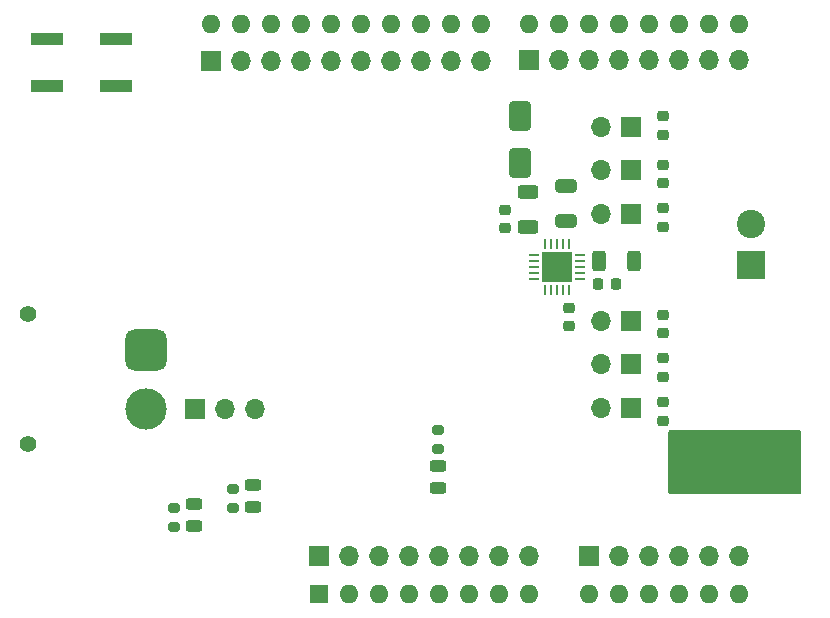
<source format=gbr>
%TF.GenerationSoftware,KiCad,Pcbnew,8.0.6*%
%TF.CreationDate,2024-12-12T11:47:03+01:00*%
%TF.ProjectId,TUSS4470_shield,54555353-3434-4373-905f-736869656c64,rev?*%
%TF.SameCoordinates,Original*%
%TF.FileFunction,Soldermask,Top*%
%TF.FilePolarity,Negative*%
%FSLAX46Y46*%
G04 Gerber Fmt 4.6, Leading zero omitted, Abs format (unit mm)*
G04 Created by KiCad (PCBNEW 8.0.6) date 2024-12-12 11:47:03*
%MOMM*%
%LPD*%
G01*
G04 APERTURE LIST*
G04 Aperture macros list*
%AMRoundRect*
0 Rectangle with rounded corners*
0 $1 Rounding radius*
0 $2 $3 $4 $5 $6 $7 $8 $9 X,Y pos of 4 corners*
0 Add a 4 corners polygon primitive as box body*
4,1,4,$2,$3,$4,$5,$6,$7,$8,$9,$2,$3,0*
0 Add four circle primitives for the rounded corners*
1,1,$1+$1,$2,$3*
1,1,$1+$1,$4,$5*
1,1,$1+$1,$6,$7*
1,1,$1+$1,$8,$9*
0 Add four rect primitives between the rounded corners*
20,1,$1+$1,$2,$3,$4,$5,0*
20,1,$1+$1,$4,$5,$6,$7,0*
20,1,$1+$1,$6,$7,$8,$9,0*
20,1,$1+$1,$8,$9,$2,$3,0*%
G04 Aperture macros list end*
%ADD10RoundRect,0.250000X0.312500X0.625000X-0.312500X0.625000X-0.312500X-0.625000X0.312500X-0.625000X0*%
%ADD11RoundRect,0.243750X0.456250X-0.243750X0.456250X0.243750X-0.456250X0.243750X-0.456250X-0.243750X0*%
%ADD12R,2.400000X2.400000*%
%ADD13C,2.400000*%
%ADD14RoundRect,0.062500X-0.350000X-0.062500X0.350000X-0.062500X0.350000X0.062500X-0.350000X0.062500X0*%
%ADD15RoundRect,0.062500X-0.062500X-0.350000X0.062500X-0.350000X0.062500X0.350000X-0.062500X0.350000X0*%
%ADD16R,2.500000X2.500000*%
%ADD17RoundRect,0.250000X0.650000X-1.000000X0.650000X1.000000X-0.650000X1.000000X-0.650000X-1.000000X0*%
%ADD18RoundRect,0.225000X0.225000X0.250000X-0.225000X0.250000X-0.225000X-0.250000X0.225000X-0.250000X0*%
%ADD19R,1.700000X1.700000*%
%ADD20O,1.700000X1.700000*%
%ADD21RoundRect,0.225000X0.250000X-0.225000X0.250000X0.225000X-0.250000X0.225000X-0.250000X-0.225000X0*%
%ADD22C,1.400000*%
%ADD23RoundRect,0.770000X0.980000X-0.980000X0.980000X0.980000X-0.980000X0.980000X-0.980000X-0.980000X0*%
%ADD24C,3.500000*%
%ADD25RoundRect,0.243750X-0.456250X0.243750X-0.456250X-0.243750X0.456250X-0.243750X0.456250X0.243750X0*%
%ADD26RoundRect,0.200000X0.275000X-0.200000X0.275000X0.200000X-0.275000X0.200000X-0.275000X-0.200000X0*%
%ADD27RoundRect,0.250000X0.650000X-0.325000X0.650000X0.325000X-0.650000X0.325000X-0.650000X-0.325000X0*%
%ADD28RoundRect,0.250000X0.625000X-0.312500X0.625000X0.312500X-0.625000X0.312500X-0.625000X-0.312500X0*%
%ADD29R,2.800000X1.000000*%
%ADD30R,1.600000X1.600000*%
%ADD31O,1.600000X1.600000*%
G04 APERTURE END LIST*
D10*
%TO.C,R2*%
X118962500Y-57000000D03*
X116037500Y-57000000D03*
%TD*%
D11*
%TO.C,D2*%
X102400000Y-76237500D03*
X102400000Y-74362500D03*
%TD*%
D12*
%TO.C,J2*%
X128900000Y-57350000D03*
D13*
X128900000Y-53850000D03*
%TD*%
D14*
%TO.C,U1*%
X110525000Y-56500000D03*
X110525000Y-57000000D03*
X110525000Y-57500000D03*
X110525000Y-58000000D03*
X110525000Y-58500000D03*
D15*
X111462500Y-59437500D03*
X111962500Y-59437500D03*
X112462500Y-59437500D03*
X112962500Y-59437500D03*
X113462500Y-59437500D03*
D14*
X114400000Y-58500000D03*
X114400000Y-58000000D03*
X114400000Y-57500000D03*
X114400000Y-57000000D03*
X114400000Y-56500000D03*
D15*
X113462500Y-55562500D03*
X112962500Y-55562500D03*
X112462500Y-55562500D03*
X111962500Y-55562500D03*
X111462500Y-55562500D03*
D16*
X112462500Y-57500000D03*
%TD*%
D17*
%TO.C,D1*%
X109300000Y-48700000D03*
X109300000Y-44700000D03*
%TD*%
D18*
%TO.C,C5*%
X117475000Y-58900000D03*
X115925000Y-58900000D03*
%TD*%
D19*
%TO.C,JP2*%
X118740000Y-65700000D03*
D20*
X116200000Y-65700000D03*
%TD*%
D19*
%TO.C,JP3*%
X118740000Y-49300000D03*
D20*
X116200000Y-49300000D03*
%TD*%
D21*
%TO.C,C2*%
X121400000Y-66775000D03*
X121400000Y-65225000D03*
%TD*%
%TO.C,C8*%
X113500000Y-62475000D03*
X113500000Y-60925000D03*
%TD*%
D19*
%TO.C,J6*%
X115143426Y-82000000D03*
D20*
X117683426Y-82000000D03*
X120223426Y-82000000D03*
X122763426Y-82000000D03*
X125303426Y-82000000D03*
X127843426Y-82000000D03*
%TD*%
D22*
%TO.C,J1*%
X67675000Y-72500000D03*
X67675000Y-61500000D03*
D23*
X77675000Y-64500000D03*
D24*
X77675000Y-69500000D03*
%TD*%
D25*
%TO.C,D3*%
X86700000Y-75962500D03*
X86700000Y-77837500D03*
%TD*%
%TO.C,D4*%
X81700000Y-77562500D03*
X81700000Y-79437500D03*
%TD*%
D26*
%TO.C,R3*%
X102400000Y-72925000D03*
X102400000Y-71275000D03*
%TD*%
D27*
%TO.C,C6*%
X113200000Y-53575000D03*
X113200000Y-50625000D03*
%TD*%
D21*
%TO.C,C10*%
X121400000Y-63100000D03*
X121400000Y-61550000D03*
%TD*%
%TO.C,C9*%
X121400000Y-54075000D03*
X121400000Y-52525000D03*
%TD*%
D19*
%TO.C,JP4*%
X118740000Y-69400000D03*
D20*
X116200000Y-69400000D03*
%TD*%
D21*
%TO.C,C1*%
X121400000Y-46275000D03*
X121400000Y-44725000D03*
%TD*%
D26*
%TO.C,R4*%
X85000000Y-77925000D03*
X85000000Y-76275000D03*
%TD*%
D28*
%TO.C,R1*%
X110000000Y-54062500D03*
X110000000Y-51137500D03*
%TD*%
D26*
%TO.C,R5*%
X80000000Y-79525000D03*
X80000000Y-77875000D03*
%TD*%
D21*
%TO.C,C3*%
X121400000Y-50375000D03*
X121400000Y-48825000D03*
%TD*%
D19*
%TO.C,J7*%
X92292675Y-81999189D03*
D20*
X94832675Y-81999189D03*
X97372675Y-81999189D03*
X99912675Y-81999189D03*
X102452675Y-81999189D03*
X104992675Y-81999189D03*
X107532675Y-81999189D03*
X110072675Y-81999189D03*
%TD*%
D19*
%TO.C,J5*%
X110062821Y-40000000D03*
D20*
X112602821Y-40000000D03*
X115142821Y-40000000D03*
X117682821Y-40000000D03*
X120222821Y-40000000D03*
X122762821Y-40000000D03*
X125302821Y-40000000D03*
X127842821Y-40000000D03*
%TD*%
D19*
%TO.C,J3*%
X83137057Y-40008896D03*
D20*
X85677057Y-40008896D03*
X88217057Y-40008896D03*
X90757057Y-40008896D03*
X93297057Y-40008896D03*
X95837057Y-40008896D03*
X98377057Y-40008896D03*
X100917057Y-40008896D03*
X103457057Y-40008896D03*
X105997057Y-40008896D03*
%TD*%
D21*
%TO.C,C7*%
X108100000Y-54175000D03*
X108100000Y-52625000D03*
%TD*%
D29*
%TO.C,SW1*%
X69300000Y-38200000D03*
X75100000Y-38200000D03*
X69300000Y-42200000D03*
X75100000Y-42200000D03*
%TD*%
D19*
%TO.C,J4*%
X81775000Y-69500000D03*
D20*
X84315000Y-69500000D03*
X86855000Y-69500000D03*
%TD*%
D21*
%TO.C,C4*%
X121400000Y-70500000D03*
X121400000Y-68950000D03*
%TD*%
D19*
%TO.C,JP5*%
X118740000Y-53000000D03*
D20*
X116200000Y-53000000D03*
%TD*%
D19*
%TO.C,JP1*%
X118740000Y-45600000D03*
D20*
X116200000Y-45600000D03*
%TD*%
D19*
%TO.C,JP6*%
X118740000Y-62025000D03*
D20*
X116200000Y-62025000D03*
%TD*%
D30*
%TO.C,A1*%
X92320000Y-85160000D03*
D31*
X94860000Y-85160000D03*
X97400000Y-85160000D03*
X99940000Y-85160000D03*
X102480000Y-85160000D03*
X105020000Y-85160000D03*
X107560000Y-85160000D03*
X110100000Y-85160000D03*
X115180000Y-85160000D03*
X117720000Y-85160000D03*
X120260000Y-85160000D03*
X122800000Y-85160000D03*
X125340000Y-85160000D03*
X127880000Y-85160000D03*
X127880000Y-36900000D03*
X125340000Y-36900000D03*
X122800000Y-36900000D03*
X120260000Y-36900000D03*
X117720000Y-36900000D03*
X115180000Y-36900000D03*
X112640000Y-36900000D03*
X110100000Y-36900000D03*
X106040000Y-36900000D03*
X103500000Y-36900000D03*
X100960000Y-36900000D03*
X98420000Y-36900000D03*
X95880000Y-36900000D03*
X93340000Y-36900000D03*
X90800000Y-36900000D03*
X88260000Y-36900000D03*
X85720000Y-36900000D03*
X83180000Y-36900000D03*
%TD*%
G36*
X133043039Y-71319685D02*
G01*
X133088794Y-71372489D01*
X133100000Y-71424000D01*
X133100000Y-76576000D01*
X133080315Y-76643039D01*
X133027511Y-76688794D01*
X132976000Y-76700000D01*
X122024000Y-76700000D01*
X121956961Y-76680315D01*
X121911206Y-76627511D01*
X121900000Y-76576000D01*
X121900000Y-71424000D01*
X121919685Y-71356961D01*
X121972489Y-71311206D01*
X122024000Y-71300000D01*
X132976000Y-71300000D01*
X133043039Y-71319685D01*
G37*
M02*

</source>
